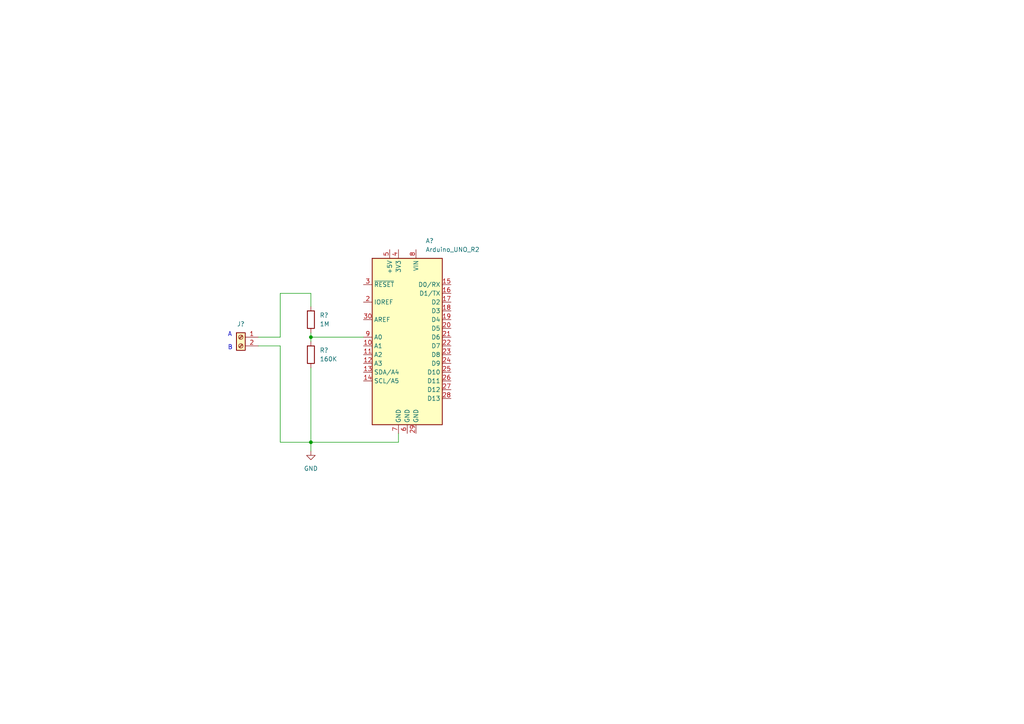
<source format=kicad_sch>
(kicad_sch (version 20211123) (generator eeschema)
  (paper "A4")
  (lib_symbols
    (symbol "Connector:Screw_Terminal_01x02" (pin_names (offset 1.016) hide)
      (property "Reference" "J" (at 0 2.54 0))
      (property "Value" "Screw_Terminal_01x02" (at 0 -5.08 0))
      (symbol "Screw_Terminal_01x02_1_1"
        (rectangle (start -1.27 1.27) (end 1.27 -3.81) (stroke (width 0.254)) (fill (type background)))
        (circle (center 0 -2.54) (radius 0.635) (stroke (width 0.1524)))
        (polyline (pts (xy -0.5334 -2.2098) (xy 0.3302 -3.048)) (stroke (width 0.1524)))
        (polyline (pts (xy -0.5334 0.3302) (xy 0.3302 -0.508)) (stroke (width 0.1524)))
        (polyline (pts (xy -0.3556 -2.032) (xy 0.508 -2.8702)) (stroke (width 0.1524)))
        (polyline (pts (xy -0.3556 0.508) (xy 0.508 -0.3302)) (stroke (width 0.1524)))
        (circle (center 0 0) (radius 0.635) (stroke (width 0.1524)))
        (pin passive line (at -5.08 0 0) (length 3.81) (name "Pin_1") (number "1"))
        (pin passive line (at -5.08 -2.54 0) (length 3.81) (name "Pin_2") (number "2"))
      )
    )
    (symbol "Device:R" (pin_numbers hide) (pin_names (offset 0))
      (property "Reference" "R" (at 2.032 0 90))
      (property "Value" "R" (at 0 0 90))
      (symbol "R_0_1"
        (rectangle (start -1.016 -2.54) (end 1.016 2.54) (stroke (width 0.254)))
      )
      (symbol "R_1_1"
        (pin passive line (at 0 3.81 270) (length 1.27) (name "~") (number "1"))
        (pin passive line (at 0 -3.81 90) (length 1.27) (name "~") (number "2"))
      )
    )
    (symbol "MCU_Module:Arduino_UNO_R2"
      (property "Reference" "A" (at -10.16 23.495 0))
      (property "Value" "Arduino_UNO_R2" (at 5.08 -26.67 0))
      (symbol "Arduino_UNO_R2_0_1"
        (rectangle (start -10.16 22.86) (end 10.16 -25.4) (stroke (width 0.254)) (fill (type background)))
      )
      (symbol "Arduino_UNO_R2_1_1"
        (pin no_connect line (at -10.16 -20.32 0) (length 2.54) hide (name "NC") (number "1"))
        (pin bidirectional line (at 12.7 -2.54 180) (length 2.54) (name "A1") (number "10"))
        (pin bidirectional line (at 12.7 -5.08 180) (length 2.54) (name "A2") (number "11"))
        (pin bidirectional line (at 12.7 -7.62 180) (length 2.54) (name "A3") (number "12"))
        (pin bidirectional line (at 12.7 -10.16 180) (length 2.54) (name "SDA/A4") (number "13"))
        (pin bidirectional line (at 12.7 -12.7 180) (length 2.54) (name "SCL/A5") (number "14"))
        (pin bidirectional line (at -12.7 15.24 0) (length 2.54) (name "D0/RX") (number "15"))
        (pin bidirectional line (at -12.7 12.7 0) (length 2.54) (name "D1/TX") (number "16"))
        (pin bidirectional line (at -12.7 10.16 0) (length 2.54) (name "D2") (number "17"))
        (pin bidirectional line (at -12.7 7.62 0) (length 2.54) (name "D3") (number "18"))
        (pin bidirectional line (at -12.7 5.08 0) (length 2.54) (name "D4") (number "19"))
        (pin output line (at 12.7 10.16 180) (length 2.54) (name "IOREF") (number "2"))
        (pin bidirectional line (at -12.7 2.54 0) (length 2.54) (name "D5") (number "20"))
        (pin bidirectional line (at -12.7 0 0) (length 2.54) (name "D6") (number "21"))
        (pin bidirectional line (at -12.7 -2.54 0) (length 2.54) (name "D7") (number "22"))
        (pin bidirectional line (at -12.7 -5.08 0) (length 2.54) (name "D8") (number "23"))
        (pin bidirectional line (at -12.7 -7.62 0) (length 2.54) (name "D9") (number "24"))
        (pin bidirectional line (at -12.7 -10.16 0) (length 2.54) (name "D10") (number "25"))
        (pin bidirectional line (at -12.7 -12.7 0) (length 2.54) (name "D11") (number "26"))
        (pin bidirectional line (at -12.7 -15.24 0) (length 2.54) (name "D12") (number "27"))
        (pin bidirectional line (at -12.7 -17.78 0) (length 2.54) (name "D13") (number "28"))
        (pin power_in line (at -2.54 -27.94 90) (length 2.54) (name "GND") (number "29"))
        (pin input line (at 12.7 15.24 180) (length 2.54) (name "~{RESET}") (number "3"))
        (pin input line (at 12.7 5.08 180) (length 2.54) (name "AREF") (number "30"))
        (pin power_out line (at 2.54 25.4 270) (length 2.54) (name "3V3") (number "4"))
        (pin power_out line (at 5.08 25.4 270) (length 2.54) (name "+5V") (number "5"))
        (pin power_in line (at 0 -27.94 90) (length 2.54) (name "GND") (number "6"))
        (pin power_in line (at 2.54 -27.94 90) (length 2.54) (name "GND") (number "7"))
        (pin power_in line (at -2.54 25.4 270) (length 2.54) (name "VIN") (number "8"))
        (pin bidirectional line (at 12.7 0 180) (length 2.54) (name "A0") (number "9"))
      )
    )
    (symbol "power:GND" (power) (pin_names (offset 0))
      (property "Value" "GND" (at 0 -3.81 0))
      (symbol "GND_0_1"
        (polyline (pts (xy 0 0) (xy 0 -1.27) (xy 1.27 -1.27) (xy 0 -2.54) (xy -1.27 -1.27) (xy 0 -1.27)))
      )
      (symbol "GND_1_1"
        (pin power_in line (at 0 0 270) (length 0) hide (name "GND") (number "1"))
      )
    )
  )
  (junction (at 90.17 128.27))
  (junction (at 90.17 97.79))
  (wire (pts (xy 81.28 97.79) (xy 81.28 85.09)))
  (wire (pts (xy 90.17 85.09) (xy 90.17 88.9)))
  (wire (pts (xy 90.17 96.52) (xy 90.17 97.79)))
  (wire (pts (xy 74.93 100.33) (xy 81.28 100.33)))
  (wire (pts (xy 90.17 97.79) (xy 90.17 99.06)))
  (wire (pts (xy 115.57 128.27) (xy 90.17 128.27)))
  (wire (pts (xy 90.17 128.27) (xy 90.17 130.81)))
  (wire (pts (xy 90.17 106.68) (xy 90.17 128.27)))
  (wire (pts (xy 90.17 97.79) (xy 105.41 97.79)))
  (wire (pts (xy 115.57 125.73) (xy 115.57 128.27)))
  (wire (pts (xy 81.28 85.09) (xy 90.17 85.09)))
  (wire (pts (xy 74.93 97.79) (xy 81.28 97.79)))
  (wire (pts (xy 81.28 100.33) (xy 81.28 128.27)))
  (wire (pts (xy 81.28 128.27) (xy 90.17 128.27)))
  (text "B" (at 66.04 101.6 0) (effects (font (size 1.27 1.27)) (justify left bottom)))
  (text "A\n" (at 66.04 97.79 0) (effects (font (size 1.27 1.27)) (justify left bottom)))
  (symbol (lib_id "MCU_Module:Arduino_UNO_R2") (at 118.11 97.79 0) (mirror y) (unit 1)
    (property "Reference" "A?" (at 123.4187 69.85 0) (effects (justify right)))
    (property "Value" "Arduino_UNO_R2" (at 123.4187 72.39 0) (effects (justify right)))
    (property "Footprint" "Module:Arduino_UNO_R2" (effects hide))
    (property "Datasheet" "https://www.arduino.cc/en/Main/arduinoBoardUno" (effects hide))
  )
  (symbol (lib_id "Device:R") (at 90.17 92.71 0) (unit 1)
    (property "Reference" "R?" (at 92.71 91.4399 0) (effects (justify left)))
    (property "Value" "1M" (at 92.71 93.9799 0) (effects (justify left)))
  )
  (symbol (lib_id "Device:R") (at 90.17 102.87 0) (unit 1)
    (property "Reference" "R?" (at 92.71 101.5999 0) (effects (justify left)))
    (property "Value" "160K" (at 92.71 104.1399 0) (effects (justify left)))
  )
  (symbol (lib_id "Connector:Screw_Terminal_01x02") (at 69.85 97.79 0) (mirror y) (unit 1)
    (property "Reference" "J?" (at 69.85 93.98 0))
    (property "Value" "Screw_Terminal_01x02" (effects hide))
  )
  (symbol (lib_id "power:GND") (at 90.17 130.81 0) (unit 1)
    (property "Reference" "#PWR?" (effects hide))
    (property "Value" "GND" (at 90.17 135.89 0))
  )
)
</source>
